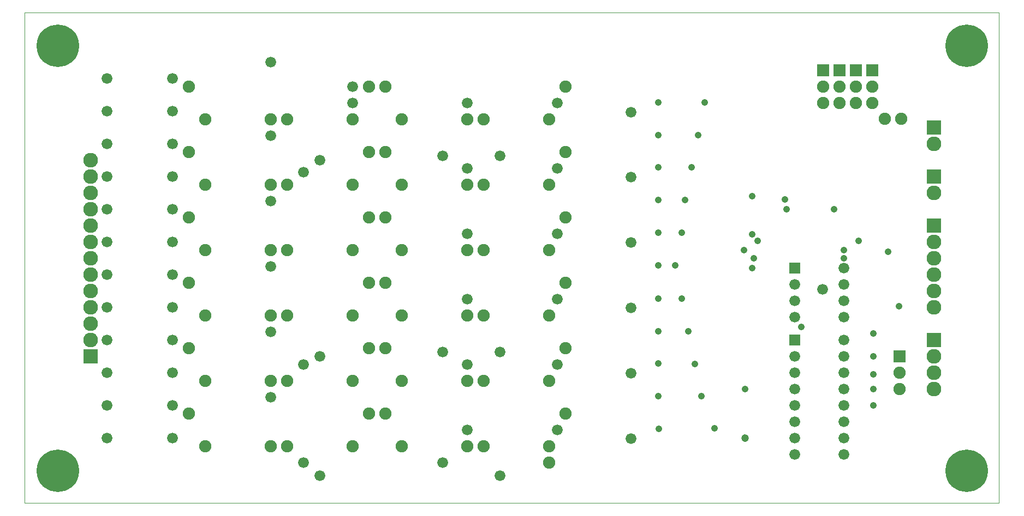
<source format=gbs>
G04*
G04 Format:               Gerber RS-274X*
G04 Layer:                BottomSolderMask*
G04 This File Name:       bmsE.gbs*
G04 Source File Name:     bmsE.rrb*
G04 Unique ID:            bca468ea-87cd-4f63-8e83-bbeb9de39dea*
G04 Generated Date:       Saturday, 23 August 2014 16:22:35*
G04*
G04 Created Using:        Robot Room Copper Connection v2.6.5209*
G04 Software Contact:     http://www.robotroom.com/CopperConnection/Support.aspx*
G04 License Number:       1402*
G04*
G04 Zero Suppression:     Leading*
G04 Number Precision:     2.4*
G04*
G04 Polarity:             Negative. Dark is solderable. Clear space is coating.*
G04*
%FSLAX24Y24*%
%MOIN*%
%LNBottomSolderMask*%
%ADD10C,.041*%
%ADD11C,.047*%
%ADD12C,.066*%
%ADD13C,.075*%
%ADD14C,.09*%
%ADD15C,.26*%
%ADD16R,.006X.006*%
%ADD17R,.066X.066*%
%ADD18R,.075X.075*%
%ADD19R,.09X.09*%
D10*
G01X41300Y6540D03*
X42100Y4570D03*
X38700Y4560D03*
X40900Y8530D03*
X40500Y10510D03*
X40100Y12520D03*
X38670Y6540D03*
Y8540D03*
X39700Y14550D03*
X38670Y10520D03*
Y12520D03*
Y14550D03*
X41110Y22510D03*
X38670Y16550D03*
X40100D03*
X41510Y24510D03*
X38670Y18550D03*
Y20550D03*
X40700D03*
X38680Y22510D03*
Y24510D03*
X40310Y18550D03*
X44400Y16450D03*
Y18800D03*
X43900Y15470D03*
X46410Y18600D03*
X50000Y15500D03*
Y15000D03*
X44750Y16060D03*
X46500Y18000D03*
X49400D03*
X44500Y15000D03*
X53380Y12050D03*
X44400Y14400D03*
X43980Y7000D03*
X47400Y10800D03*
X51820Y7000D03*
Y6000D03*
Y7900D03*
Y9000D03*
Y10400D03*
X52700Y15400D03*
X50900Y16060D03*
D11*
X43990Y3980D03*
D12*
X37000Y23920D03*
Y19940D03*
X20000Y25500D03*
X15000Y27000D03*
X20000Y24500D03*
X47000Y9000D03*
X27000Y24500D03*
X15000Y22500D03*
X27000Y20500D03*
X15000Y18500D03*
Y14500D03*
X27000Y16500D03*
X15000Y10500D03*
X27000Y12500D03*
Y8500D03*
X15000Y6500D03*
X37000Y15940D03*
Y11940D03*
Y7960D03*
Y3960D03*
X27000Y4500D03*
X32500Y20500D03*
Y24500D03*
X5000Y26000D03*
X9000D03*
X5000Y24000D03*
X9000D03*
X5000Y22000D03*
X9000D03*
X5000Y20000D03*
X9000D03*
X5000Y18000D03*
X9000D03*
X5000Y16000D03*
X9000D03*
X5000Y14000D03*
X9000D03*
X5000Y12000D03*
X9000D03*
X5000Y10000D03*
X9000D03*
X5000Y8000D03*
X9000D03*
X5000Y6000D03*
X9000D03*
X5000Y4000D03*
X9000D03*
X32500Y16500D03*
Y12500D03*
Y8500D03*
Y4500D03*
X47000Y8000D03*
Y7000D03*
Y6000D03*
Y5000D03*
X25500Y9250D03*
X47000Y4000D03*
Y3000D03*
X50000D03*
Y4000D03*
Y5000D03*
Y6000D03*
Y7000D03*
Y8000D03*
Y9000D03*
Y10000D03*
X17000Y8500D03*
Y2500D03*
Y20250D03*
X25500Y21250D03*
X47000Y13400D03*
Y12400D03*
Y11400D03*
X50000D03*
Y12400D03*
Y13400D03*
Y14400D03*
X25500Y2500D03*
X29000Y1700D03*
X18000D03*
Y21000D03*
Y9000D03*
X29000Y9260D03*
Y21260D03*
X48700Y13090D03*
D13*
X51750Y24500D03*
Y25500D03*
X52500Y23520D03*
X53500D03*
X50750Y24500D03*
Y25500D03*
X21000Y17500D03*
Y25500D03*
X32000Y2500D03*
X10000Y25500D03*
X49750Y24500D03*
X21000Y21500D03*
X10000D03*
X16000Y19500D03*
X20000D03*
X15000D03*
X11000D03*
X10000Y17500D03*
X33000Y21500D03*
X22000D03*
X28000Y19500D03*
X32000D03*
X27000D03*
X23000D03*
X49750Y25500D03*
X16000Y23500D03*
X20000D03*
X33000Y25500D03*
X22000D03*
X15000Y23500D03*
X11000D03*
X33000Y17500D03*
X22000D03*
X21000Y13500D03*
X10000D03*
X33000D03*
X22000D03*
X21000Y9500D03*
X16000Y15500D03*
X20000D03*
X15000D03*
X11000D03*
X10000Y9500D03*
X33000D03*
X22000D03*
X28000Y15500D03*
X32000D03*
X21000Y5500D03*
X10000D03*
X27000Y15500D03*
X23000D03*
X33000Y5500D03*
X22000D03*
X28000Y23500D03*
X32000D03*
X27000D03*
X23000D03*
X16000Y11500D03*
X20000D03*
X15000D03*
X11000D03*
X28000D03*
X32000D03*
X27000D03*
X23000D03*
X16000Y7500D03*
X20000D03*
X15000D03*
X11000D03*
X28000D03*
X32000D03*
X27000D03*
X23000D03*
X48750Y24500D03*
Y25500D03*
X16000Y3500D03*
X20000D03*
X15000D03*
X11000D03*
X53400Y7000D03*
Y8000D03*
X28000Y3500D03*
X32000D03*
X27000D03*
X23000D03*
D14*
X55500Y8000D03*
Y7000D03*
Y9000D03*
X4000Y11000D03*
X55500Y22000D03*
Y19000D03*
Y15000D03*
Y14000D03*
Y16000D03*
Y12000D03*
Y13000D03*
X4000Y12000D03*
Y10000D03*
Y14000D03*
Y13000D03*
Y15000D03*
Y17000D03*
Y16000D03*
Y18000D03*
Y19000D03*
Y21000D03*
Y20000D03*
D15*
X2000Y28000D03*
X57500D03*
Y2000D03*
X2000D03*
D17*
X47000Y10000D03*
Y14400D03*
D18*
X51750Y26500D03*
X50750D03*
X49750D03*
X48750D03*
X53400Y9000D03*
D19*
X55500Y10000D03*
X4000Y9000D03*
X55500Y23000D03*
Y17000D03*
Y20000D03*
D16*
X0Y30000D02*
X59500D01*
Y0D01*
X0D01*
Y30000D01*
M02*

</source>
